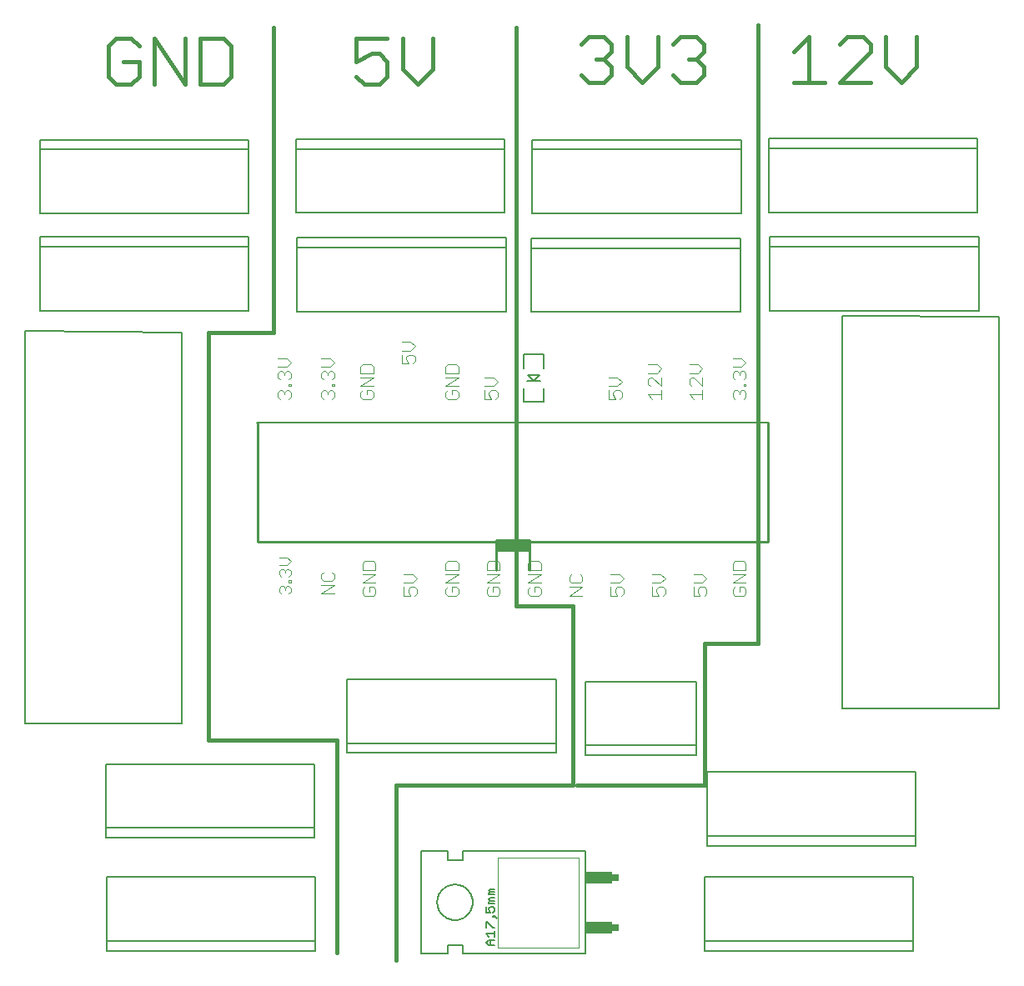
<source format=gto>
G75*
G70*
%OFA0B0*%
%FSLAX24Y24*%
%IPPOS*%
%LPD*%
%AMOC8*
5,1,8,0,0,1.08239X$1,22.5*
%
%ADD10C,0.0160*%
%ADD11C,0.0040*%
%ADD12C,0.0100*%
%ADD13C,0.0050*%
%ADD14C,0.0080*%
%ADD15C,0.0020*%
%ADD16R,0.0250X0.0300*%
%ADD17R,0.1100X0.0500*%
D10*
X007659Y009142D02*
X007659Y025441D01*
X010257Y025441D01*
X010257Y037646D01*
X008555Y036898D02*
X008249Y037205D01*
X007328Y037205D01*
X007328Y035363D01*
X008249Y035363D01*
X008555Y035670D01*
X008555Y036898D01*
X006714Y037205D02*
X006714Y035363D01*
X005486Y037205D01*
X005486Y035363D01*
X004872Y035670D02*
X004872Y036284D01*
X004258Y036284D01*
X003645Y035670D02*
X003951Y035363D01*
X004565Y035363D01*
X004872Y035670D01*
X003645Y035670D02*
X003645Y036898D01*
X003951Y037205D01*
X004565Y037205D01*
X004872Y036898D01*
X013566Y037205D02*
X013566Y036284D01*
X014180Y036591D01*
X014487Y036591D01*
X014794Y036284D01*
X014794Y035670D01*
X014487Y035363D01*
X013873Y035363D01*
X013566Y035670D01*
X013566Y037205D02*
X014794Y037205D01*
X015407Y037205D02*
X015407Y035977D01*
X016021Y035363D01*
X016635Y035977D01*
X016635Y037205D01*
X019943Y037646D02*
X019943Y014496D01*
X022226Y014496D01*
X022226Y007331D01*
X015139Y007331D01*
X015139Y000323D01*
X012777Y000638D02*
X012777Y009142D01*
X007659Y009142D01*
X022383Y007331D02*
X027502Y007331D01*
X027502Y013000D01*
X029628Y013000D01*
X029628Y037724D01*
X031046Y036670D02*
X031660Y037284D01*
X031660Y035442D01*
X031046Y035442D02*
X032274Y035442D01*
X032888Y035442D02*
X034115Y036670D01*
X034115Y036977D01*
X033809Y037284D01*
X033195Y037284D01*
X032888Y036977D01*
X032888Y035442D02*
X034115Y035442D01*
X034729Y036056D02*
X035343Y035442D01*
X035957Y036056D01*
X035957Y037284D01*
X034729Y037284D02*
X034729Y036056D01*
X027453Y036056D02*
X027453Y035749D01*
X027146Y035442D01*
X026532Y035442D01*
X026225Y035749D01*
X026839Y036363D02*
X027146Y036363D01*
X027453Y036056D01*
X027146Y036363D02*
X027453Y036670D01*
X027453Y036977D01*
X027146Y037284D01*
X026532Y037284D01*
X026225Y036977D01*
X025611Y037284D02*
X025611Y036056D01*
X024998Y035442D01*
X024384Y036056D01*
X024384Y037284D01*
X023770Y036977D02*
X023770Y036670D01*
X023463Y036363D01*
X023770Y036056D01*
X023770Y035749D01*
X023463Y035442D01*
X022849Y035442D01*
X022542Y035749D01*
X023156Y036363D02*
X023463Y036363D01*
X023770Y036977D02*
X023463Y037284D01*
X022849Y037284D01*
X022542Y036977D01*
D11*
X015733Y025064D02*
X015386Y025064D01*
X015386Y024717D02*
X015733Y024717D01*
X015907Y024890D01*
X015733Y025064D01*
X015647Y024548D02*
X015820Y024548D01*
X015907Y024461D01*
X015907Y024288D01*
X015820Y024201D01*
X015647Y024201D02*
X015560Y024375D01*
X015560Y024461D01*
X015647Y024548D01*
X015386Y024548D02*
X015386Y024201D01*
X015647Y024201D01*
X014253Y024075D02*
X014253Y023815D01*
X013733Y023815D01*
X013733Y024075D01*
X013820Y024162D01*
X014166Y024162D01*
X014253Y024075D01*
X014253Y023646D02*
X013733Y023646D01*
X013733Y023299D02*
X014253Y023646D01*
X014253Y023299D02*
X013733Y023299D01*
X013820Y023131D02*
X013733Y023044D01*
X013733Y022871D01*
X013820Y022784D01*
X014166Y022784D01*
X014253Y022871D01*
X014253Y023044D01*
X014166Y023131D01*
X013993Y023131D01*
X013993Y022957D01*
X012678Y022871D02*
X012592Y022784D01*
X012678Y022871D02*
X012678Y023044D01*
X012592Y023131D01*
X012505Y023131D01*
X012418Y023044D01*
X012418Y022957D01*
X012418Y023044D02*
X012331Y023131D01*
X012245Y023131D01*
X012158Y023044D01*
X012158Y022871D01*
X012245Y022784D01*
X012592Y023299D02*
X012592Y023386D01*
X012678Y023386D01*
X012678Y023299D01*
X012592Y023299D01*
X012592Y023557D02*
X012678Y023644D01*
X012678Y023817D01*
X012592Y023904D01*
X012505Y023904D01*
X012418Y023817D01*
X012418Y023731D01*
X012418Y023817D02*
X012331Y023904D01*
X012245Y023904D01*
X012158Y023817D01*
X012158Y023644D01*
X012245Y023557D01*
X012158Y024073D02*
X012505Y024073D01*
X012678Y024246D01*
X012505Y024420D01*
X012158Y024420D01*
X010946Y024246D02*
X010773Y024420D01*
X010426Y024420D01*
X010426Y024073D02*
X010773Y024073D01*
X010946Y024246D01*
X010859Y023904D02*
X010946Y023817D01*
X010946Y023644D01*
X010859Y023557D01*
X010859Y023386D02*
X010946Y023386D01*
X010946Y023299D01*
X010859Y023299D01*
X010859Y023386D01*
X010859Y023131D02*
X010946Y023044D01*
X010946Y022871D01*
X010859Y022784D01*
X010686Y022957D02*
X010686Y023044D01*
X010773Y023131D01*
X010859Y023131D01*
X010686Y023044D02*
X010599Y023131D01*
X010512Y023131D01*
X010426Y023044D01*
X010426Y022871D01*
X010512Y022784D01*
X010512Y023557D02*
X010426Y023644D01*
X010426Y023817D01*
X010512Y023904D01*
X010599Y023904D01*
X010686Y023817D01*
X010773Y023904D01*
X010859Y023904D01*
X010686Y023817D02*
X010686Y023731D01*
X017119Y023815D02*
X017119Y024075D01*
X017205Y024162D01*
X017552Y024162D01*
X017639Y024075D01*
X017639Y023815D01*
X017119Y023815D01*
X017119Y023646D02*
X017639Y023646D01*
X017119Y023299D01*
X017639Y023299D01*
X017552Y023131D02*
X017379Y023131D01*
X017379Y022957D01*
X017552Y022784D02*
X017205Y022784D01*
X017119Y022871D01*
X017119Y023044D01*
X017205Y023131D01*
X017552Y023131D02*
X017639Y023044D01*
X017639Y022871D01*
X017552Y022784D01*
X018693Y022784D02*
X018954Y022784D01*
X018867Y022957D01*
X018867Y023044D01*
X018954Y023131D01*
X019127Y023131D01*
X019214Y023044D01*
X019214Y022871D01*
X019127Y022784D01*
X018693Y022784D02*
X018693Y023131D01*
X018693Y023299D02*
X019040Y023299D01*
X019214Y023473D01*
X019040Y023646D01*
X018693Y023646D01*
X023654Y023646D02*
X024001Y023646D01*
X024174Y023473D01*
X024001Y023299D01*
X023654Y023299D01*
X023654Y023131D02*
X023654Y022784D01*
X023914Y022784D01*
X023828Y022957D01*
X023828Y023044D01*
X023914Y023131D01*
X024088Y023131D01*
X024174Y023044D01*
X024174Y022871D01*
X024088Y022784D01*
X025229Y022957D02*
X025749Y022957D01*
X025749Y022784D02*
X025749Y023131D01*
X025749Y023299D02*
X025402Y023646D01*
X025316Y023646D01*
X025229Y023560D01*
X025229Y023386D01*
X025316Y023299D01*
X025229Y022957D02*
X025402Y022784D01*
X025749Y023299D02*
X025749Y023646D01*
X025576Y023815D02*
X025749Y023989D01*
X025576Y024162D01*
X025229Y024162D01*
X025229Y023815D02*
X025576Y023815D01*
X026882Y023815D02*
X027229Y023815D01*
X027403Y023989D01*
X027229Y024162D01*
X026882Y024162D01*
X026969Y023646D02*
X026882Y023560D01*
X026882Y023386D01*
X026969Y023299D01*
X026969Y023646D02*
X027056Y023646D01*
X027403Y023299D01*
X027403Y023646D01*
X027403Y023131D02*
X027403Y022784D01*
X027403Y022957D02*
X026882Y022957D01*
X027056Y022784D01*
X028615Y022871D02*
X028701Y022784D01*
X028615Y022871D02*
X028615Y023044D01*
X028701Y023131D01*
X028788Y023131D01*
X028875Y023044D01*
X028962Y023131D01*
X029048Y023131D01*
X029135Y023044D01*
X029135Y022871D01*
X029048Y022784D01*
X028875Y022957D02*
X028875Y023044D01*
X029048Y023299D02*
X029048Y023386D01*
X029135Y023386D01*
X029135Y023299D01*
X029048Y023299D01*
X029048Y023557D02*
X029135Y023644D01*
X029135Y023817D01*
X029048Y023904D01*
X028962Y023904D01*
X028875Y023817D01*
X028875Y023731D01*
X028875Y023817D02*
X028788Y023904D01*
X028701Y023904D01*
X028615Y023817D01*
X028615Y023644D01*
X028701Y023557D01*
X028615Y024073D02*
X028962Y024073D01*
X029135Y024246D01*
X028962Y024420D01*
X028615Y024420D01*
X028701Y016288D02*
X028615Y016201D01*
X028615Y015941D01*
X029135Y015941D01*
X029135Y016201D01*
X029048Y016288D01*
X028701Y016288D01*
X028615Y015772D02*
X029135Y015772D01*
X028615Y015425D01*
X029135Y015425D01*
X029048Y015257D02*
X028875Y015257D01*
X028875Y015083D01*
X029048Y014910D02*
X028701Y014910D01*
X028615Y014997D01*
X028615Y015170D01*
X028701Y015257D01*
X029048Y015257D02*
X029135Y015170D01*
X029135Y014997D01*
X029048Y014910D01*
X027560Y014997D02*
X027474Y014910D01*
X027560Y014997D02*
X027560Y015170D01*
X027474Y015257D01*
X027300Y015257D01*
X027213Y015170D01*
X027213Y015083D01*
X027300Y014910D01*
X027040Y014910D01*
X027040Y015257D01*
X027040Y015425D02*
X027387Y015425D01*
X027560Y015599D01*
X027387Y015772D01*
X027040Y015772D01*
X025907Y015599D02*
X025733Y015425D01*
X025386Y015425D01*
X025386Y015257D02*
X025386Y014910D01*
X025647Y014910D01*
X025560Y015083D01*
X025560Y015170D01*
X025647Y015257D01*
X025820Y015257D01*
X025907Y015170D01*
X025907Y014997D01*
X025820Y014910D01*
X025907Y015599D02*
X025733Y015772D01*
X025386Y015772D01*
X024253Y015599D02*
X024080Y015772D01*
X023733Y015772D01*
X023733Y015425D02*
X024080Y015425D01*
X024253Y015599D01*
X024166Y015257D02*
X023993Y015257D01*
X023906Y015170D01*
X023906Y015083D01*
X023993Y014910D01*
X023733Y014910D01*
X023733Y015257D01*
X024166Y015257D02*
X024253Y015170D01*
X024253Y014997D01*
X024166Y014910D01*
X022600Y014910D02*
X022079Y014910D01*
X022600Y015257D01*
X022079Y015257D01*
X022166Y015425D02*
X022079Y015512D01*
X022079Y015686D01*
X022166Y015772D01*
X022166Y015425D02*
X022513Y015425D01*
X022600Y015512D01*
X022600Y015686D01*
X022513Y015772D01*
X020946Y015772D02*
X020426Y015772D01*
X020426Y015941D02*
X020426Y016201D01*
X020512Y016288D01*
X020859Y016288D01*
X020946Y016201D01*
X020946Y015941D01*
X020426Y015941D01*
X020426Y015425D02*
X020946Y015772D01*
X020946Y015425D02*
X020426Y015425D01*
X020512Y015257D02*
X020426Y015170D01*
X020426Y014997D01*
X020512Y014910D01*
X020859Y014910D01*
X020946Y014997D01*
X020946Y015170D01*
X020859Y015257D01*
X020686Y015257D01*
X020686Y015083D01*
X019293Y014997D02*
X019293Y015170D01*
X019206Y015257D01*
X019032Y015257D01*
X019032Y015083D01*
X018859Y014910D02*
X019206Y014910D01*
X019293Y014997D01*
X019293Y015425D02*
X018772Y015425D01*
X019293Y015772D01*
X018772Y015772D01*
X018772Y015941D02*
X018772Y016201D01*
X018859Y016288D01*
X019206Y016288D01*
X019293Y016201D01*
X019293Y015941D01*
X018772Y015941D01*
X018859Y015257D02*
X018772Y015170D01*
X018772Y014997D01*
X018859Y014910D01*
X017639Y014997D02*
X017639Y015170D01*
X017552Y015257D01*
X017379Y015257D01*
X017379Y015083D01*
X017552Y014910D02*
X017205Y014910D01*
X017119Y014997D01*
X017119Y015170D01*
X017205Y015257D01*
X017119Y015425D02*
X017639Y015772D01*
X017119Y015772D01*
X017119Y015941D02*
X017119Y016201D01*
X017205Y016288D01*
X017552Y016288D01*
X017639Y016201D01*
X017639Y015941D01*
X017119Y015941D01*
X017119Y015425D02*
X017639Y015425D01*
X017639Y014997D02*
X017552Y014910D01*
X015986Y014997D02*
X015899Y014910D01*
X015986Y014997D02*
X015986Y015170D01*
X015899Y015257D01*
X015725Y015257D01*
X015639Y015170D01*
X015639Y015083D01*
X015725Y014910D01*
X015465Y014910D01*
X015465Y015257D01*
X015465Y015425D02*
X015812Y015425D01*
X015986Y015599D01*
X015812Y015772D01*
X015465Y015772D01*
X014332Y015772D02*
X013812Y015772D01*
X013812Y015941D02*
X013812Y016201D01*
X013898Y016288D01*
X014245Y016288D01*
X014332Y016201D01*
X014332Y015941D01*
X013812Y015941D01*
X013812Y015425D02*
X014332Y015772D01*
X014332Y015425D02*
X013812Y015425D01*
X013898Y015257D02*
X013812Y015170D01*
X013812Y014997D01*
X013898Y014910D01*
X014245Y014910D01*
X014332Y014997D01*
X014332Y015170D01*
X014245Y015257D01*
X014072Y015257D01*
X014072Y015083D01*
X012678Y014989D02*
X012158Y014989D01*
X012678Y015335D01*
X012158Y015335D01*
X012245Y015504D02*
X012592Y015504D01*
X012678Y015591D01*
X012678Y015764D01*
X012592Y015851D01*
X012245Y015851D02*
X012158Y015764D01*
X012158Y015591D01*
X012245Y015504D01*
X010946Y015526D02*
X010946Y015449D01*
X010869Y015449D01*
X010869Y015526D01*
X010946Y015526D01*
X010869Y015679D02*
X010946Y015756D01*
X010946Y015909D01*
X010869Y015986D01*
X010793Y015986D01*
X010716Y015909D01*
X010716Y015833D01*
X010716Y015909D02*
X010639Y015986D01*
X010562Y015986D01*
X010486Y015909D01*
X010486Y015756D01*
X010562Y015679D01*
X010562Y015295D02*
X010639Y015295D01*
X010716Y015219D01*
X010793Y015295D01*
X010869Y015295D01*
X010946Y015219D01*
X010946Y015065D01*
X010869Y014989D01*
X010716Y015142D02*
X010716Y015219D01*
X010562Y015295D02*
X010486Y015219D01*
X010486Y015065D01*
X010562Y014989D01*
X010486Y016139D02*
X010793Y016139D01*
X010946Y016293D01*
X010793Y016446D01*
X010486Y016446D01*
D12*
X009624Y017067D02*
X030017Y017067D01*
X030017Y021846D01*
X020490Y017122D02*
X020490Y015941D01*
X020490Y016728D02*
X020490Y017122D01*
X019151Y017122D01*
X019151Y016728D01*
X020490Y016728D01*
X020490Y016772D02*
X019151Y016772D01*
X019151Y016871D02*
X020490Y016871D01*
X020490Y016969D02*
X019151Y016969D01*
X019151Y017068D02*
X020490Y017068D01*
X020490Y017122D02*
X019151Y017122D01*
X019151Y015941D01*
X009624Y017067D02*
X009624Y021846D01*
D13*
X009584Y021846D02*
X030057Y021846D01*
X032998Y026118D02*
X039258Y026068D01*
X039258Y010418D01*
X032998Y010418D01*
X032998Y026118D01*
X022706Y004700D02*
X017806Y004700D01*
X017806Y004350D01*
X017206Y004350D01*
X017206Y004700D01*
X016156Y004700D01*
X016156Y000600D01*
X017206Y000600D01*
X017206Y000950D01*
X017806Y000950D01*
X017806Y000600D01*
X022706Y000600D01*
X022706Y004700D01*
X019081Y003187D02*
X018910Y003187D01*
X018854Y003130D01*
X018910Y003074D01*
X019081Y003074D01*
X019081Y002960D02*
X018854Y002960D01*
X018854Y003017D01*
X018910Y003074D01*
X018910Y002828D02*
X019081Y002828D01*
X019081Y002715D02*
X018910Y002715D01*
X018854Y002771D01*
X018910Y002828D01*
X018910Y002715D02*
X018854Y002658D01*
X018854Y002601D01*
X019081Y002601D01*
X019024Y002469D02*
X019081Y002412D01*
X019081Y002299D01*
X019024Y002242D01*
X018910Y002242D02*
X018854Y002356D01*
X018854Y002412D01*
X018910Y002469D01*
X019024Y002469D01*
X018910Y002242D02*
X018740Y002242D01*
X018740Y002469D01*
X019024Y002116D02*
X019024Y002059D01*
X019081Y002059D01*
X019081Y002116D01*
X019024Y002116D01*
X019081Y002116D02*
X019194Y002003D01*
X019081Y001644D02*
X019024Y001644D01*
X018797Y001870D01*
X018740Y001870D01*
X018740Y001644D01*
X018740Y001398D02*
X019081Y001398D01*
X019081Y001285D02*
X019081Y001511D01*
X018854Y001285D02*
X018740Y001398D01*
X018854Y001152D02*
X019081Y001152D01*
X018910Y001152D02*
X018910Y000925D01*
X018854Y000925D02*
X018740Y001039D01*
X018854Y001152D01*
X018854Y000925D02*
X019081Y000925D01*
X016796Y002650D02*
X016798Y002703D01*
X016804Y002756D01*
X016814Y002808D01*
X016828Y002859D01*
X016845Y002909D01*
X016866Y002958D01*
X016891Y003005D01*
X016919Y003050D01*
X016951Y003093D01*
X016986Y003133D01*
X017023Y003170D01*
X017063Y003205D01*
X017106Y003237D01*
X017151Y003265D01*
X017198Y003290D01*
X017247Y003311D01*
X017297Y003328D01*
X017348Y003342D01*
X017400Y003352D01*
X017453Y003358D01*
X017506Y003360D01*
X017559Y003358D01*
X017612Y003352D01*
X017664Y003342D01*
X017715Y003328D01*
X017765Y003311D01*
X017814Y003290D01*
X017861Y003265D01*
X017906Y003237D01*
X017949Y003205D01*
X017989Y003170D01*
X018026Y003133D01*
X018061Y003093D01*
X018093Y003050D01*
X018121Y003005D01*
X018146Y002958D01*
X018167Y002909D01*
X018184Y002859D01*
X018198Y002808D01*
X018208Y002756D01*
X018214Y002703D01*
X018216Y002650D01*
X018214Y002597D01*
X018208Y002544D01*
X018198Y002492D01*
X018184Y002441D01*
X018167Y002391D01*
X018146Y002342D01*
X018121Y002295D01*
X018093Y002250D01*
X018061Y002207D01*
X018026Y002167D01*
X017989Y002130D01*
X017949Y002095D01*
X017906Y002063D01*
X017861Y002035D01*
X017814Y002010D01*
X017765Y001989D01*
X017715Y001972D01*
X017664Y001958D01*
X017612Y001948D01*
X017559Y001942D01*
X017506Y001940D01*
X017453Y001942D01*
X017400Y001948D01*
X017348Y001958D01*
X017297Y001972D01*
X017247Y001989D01*
X017198Y002010D01*
X017151Y002035D01*
X017106Y002063D01*
X017063Y002095D01*
X017023Y002130D01*
X016986Y002167D01*
X016951Y002207D01*
X016919Y002250D01*
X016891Y002295D01*
X016866Y002342D01*
X016845Y002391D01*
X016828Y002441D01*
X016814Y002492D01*
X016804Y002544D01*
X016798Y002597D01*
X016796Y002650D01*
X006580Y009792D02*
X000320Y009792D01*
X000320Y025492D01*
X006580Y025442D01*
X006580Y009792D01*
D14*
X003572Y001094D02*
X003572Y000701D01*
X011919Y000701D01*
X011919Y001094D01*
X003572Y001094D01*
X003572Y003654D01*
X011919Y003654D01*
X011919Y001094D01*
X011891Y005228D02*
X003545Y005228D01*
X003545Y005622D01*
X011891Y005622D01*
X011891Y005228D01*
X011891Y005622D02*
X011891Y008181D01*
X003545Y008181D01*
X003545Y005622D01*
X013191Y008622D02*
X013191Y009016D01*
X021537Y009016D01*
X021537Y008622D01*
X013191Y008622D01*
X013191Y009016D02*
X013191Y011575D01*
X021537Y011575D01*
X021537Y009016D01*
X022730Y008925D02*
X022730Y008531D01*
X027139Y008531D01*
X027139Y008925D01*
X022730Y008925D01*
X022730Y011484D01*
X027139Y011484D01*
X027139Y008925D01*
X027588Y007858D02*
X027588Y005299D01*
X035935Y005299D01*
X035935Y004906D01*
X027588Y004906D01*
X027588Y005299D01*
X027482Y003669D02*
X027482Y001110D01*
X035828Y001110D01*
X035828Y000717D01*
X027482Y000717D01*
X027482Y001110D01*
X027482Y003669D02*
X035828Y003669D01*
X035828Y001110D01*
X035935Y005299D02*
X035935Y007858D01*
X027588Y007858D01*
X021049Y022665D02*
X020261Y022665D01*
X020261Y023217D01*
X020380Y023492D02*
X020655Y023492D01*
X020419Y023728D01*
X020891Y023728D01*
X020655Y023492D01*
X020931Y023492D01*
X021049Y023217D02*
X021049Y022665D01*
X021049Y024004D02*
X021049Y024555D01*
X020261Y024555D01*
X020261Y024004D01*
X020565Y026260D02*
X020565Y028819D01*
X028911Y028819D01*
X028911Y026260D01*
X020565Y026260D01*
X019541Y026276D02*
X019541Y028835D01*
X011194Y028835D01*
X011194Y029228D01*
X019541Y029228D01*
X019541Y028835D01*
X020565Y028819D02*
X020565Y029213D01*
X028911Y029213D01*
X028911Y028819D01*
X030092Y028866D02*
X038439Y028866D01*
X038439Y026307D01*
X030092Y026307D01*
X030092Y028866D01*
X030092Y029260D01*
X038439Y029260D01*
X038439Y028866D01*
X038403Y030240D02*
X038403Y032799D01*
X030057Y032799D01*
X030057Y033193D01*
X038403Y033193D01*
X038403Y032799D01*
X038403Y030240D02*
X030057Y030240D01*
X030057Y032799D01*
X028939Y032756D02*
X020592Y032756D01*
X020592Y033150D01*
X028939Y033150D01*
X028939Y032756D01*
X028939Y030197D01*
X020592Y030197D01*
X020592Y032756D01*
X019490Y032787D02*
X011143Y032787D01*
X011143Y033181D01*
X019490Y033181D01*
X019490Y032787D01*
X019490Y030228D01*
X011143Y030228D01*
X011143Y032787D01*
X009254Y032756D02*
X000907Y032756D01*
X000907Y033150D01*
X009254Y033150D01*
X009254Y032756D01*
X009254Y030197D01*
X000907Y030197D01*
X000907Y032756D01*
X000923Y029256D02*
X009269Y029256D01*
X009269Y028862D01*
X000923Y028862D01*
X000923Y029256D01*
X000923Y028862D02*
X000923Y026303D01*
X009269Y026303D01*
X009269Y028862D01*
X011194Y028835D02*
X011194Y026276D01*
X019541Y026276D01*
D15*
X019206Y004450D02*
X019206Y000850D01*
X022456Y000850D01*
X022456Y004450D01*
X019206Y004450D01*
D16*
X023931Y003650D03*
X023931Y001650D03*
D17*
X023256Y001650D03*
X023256Y003650D03*
M02*

</source>
